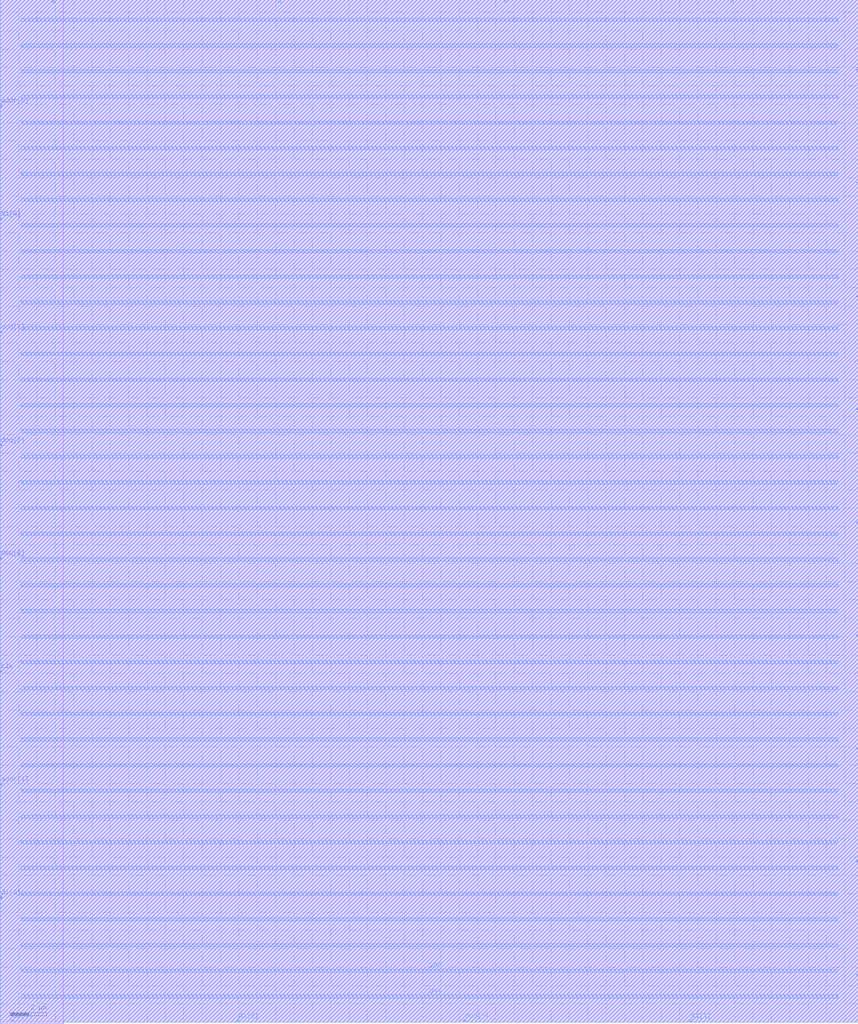
<source format=lef>
VERSION 5.8 ;
BUSBITCHARS "[]" ;
DIVIDERCHAR "/" ;
UNITS
    DATABASE MICRONS 2000 ;
END UNITS

MACRO macro_6x8
  FOREIGN macro_6x8 0 0 ;
  CLASS BLOCK ;
  SIZE 46.73 BY 55.68 ;
  PIN VSS
    USE GROUND ;
    DIRECTION INOUT ;
    PORT
      LAYER metal4 ;
        RECT  1.14 54.515 45.6 54.685 ;
        RECT  1.14 51.715 45.6 51.885 ;
        RECT  1.14 48.915 45.6 49.085 ;
        RECT  1.14 46.115 45.6 46.285 ;
        RECT  1.14 43.315 45.6 43.485 ;
        RECT  1.14 40.515 45.6 40.685 ;
        RECT  1.14 37.715 45.6 37.885 ;
        RECT  1.14 34.915 45.6 35.085 ;
        RECT  1.14 32.115 45.6 32.285 ;
        RECT  1.14 29.315 45.6 29.485 ;
        RECT  1.14 26.515 45.6 26.685 ;
        RECT  1.14 23.715 45.6 23.885 ;
        RECT  1.14 20.915 45.6 21.085 ;
        RECT  1.14 18.115 45.6 18.285 ;
        RECT  1.14 15.315 45.6 15.485 ;
        RECT  1.14 12.515 45.6 12.685 ;
        RECT  1.14 9.715 45.6 9.885 ;
        RECT  1.14 6.915 45.6 7.085 ;
        RECT  1.14 4.115 45.6 4.285 ;
        RECT  1.14 1.315 45.6 1.485 ;
    END
  END VSS
  PIN VDD
    USE POWER ;
    DIRECTION INOUT ;
    PORT
      LAYER metal4 ;
        RECT  1.14 53.115 45.6 53.285 ;
        RECT  1.14 50.315 45.6 50.485 ;
        RECT  1.14 47.515 45.6 47.685 ;
        RECT  1.14 44.715 45.6 44.885 ;
        RECT  1.14 41.915 45.6 42.085 ;
        RECT  1.14 39.115 45.6 39.285 ;
        RECT  1.14 36.315 45.6 36.485 ;
        RECT  1.14 33.515 45.6 33.685 ;
        RECT  1.14 30.715 45.6 30.885 ;
        RECT  1.14 27.915 45.6 28.085 ;
        RECT  1.14 25.115 45.6 25.285 ;
        RECT  1.14 22.315 45.6 22.485 ;
        RECT  1.14 19.515 45.6 19.685 ;
        RECT  1.14 16.715 45.6 16.885 ;
        RECT  1.14 13.915 45.6 14.085 ;
        RECT  1.14 11.115 45.6 11.285 ;
        RECT  1.14 8.315 45.6 8.485 ;
        RECT  1.14 5.515 45.6 5.685 ;
        RECT  1.14 2.715 45.6 2.885 ;
    END
  END VDD
  PIN addr[0]
    DIRECTION INPUT ;
    USE SIGNAL ;
    PORT
      LAYER metal3 ;
        RECT  46.66 27.195 46.73 27.265 ;
    END
  END addr[0]
  PIN addr[1]
    DIRECTION INPUT ;
    USE SIGNAL ;
    PORT
      LAYER metal3 ;
        RECT  0 12.915 0.07 12.985 ;
    END
  END addr[1]
  PIN addr[2]
    DIRECTION INPUT ;
    USE SIGNAL ;
    PORT
      LAYER metal4 ;
        RECT  27.465 55.54 27.605 55.68 ;
    END
  END addr[2]
  PIN addr[3]
    DIRECTION INPUT ;
    USE SIGNAL ;
    PORT
      LAYER metal3 ;
        RECT  46.66 14.875 46.73 14.945 ;
    END
  END addr[3]
  PIN addr[4]
    DIRECTION INPUT ;
    USE SIGNAL ;
    PORT
      LAYER metal3 ;
        RECT  46.66 51.835 46.73 51.905 ;
    END
  END addr[4]
  PIN addr[5]
    DIRECTION INPUT ;
    USE SIGNAL ;
    PORT
      LAYER metal3 ;
        RECT  0 49.875 0.07 49.945 ;
    END
  END addr[5]
  PIN clk
    DIRECTION INPUT ;
    USE SIGNAL ;
    PORT
      LAYER metal3 ;
        RECT  0 19.075 0.07 19.145 ;
    END
  END clk
  PIN cs
    DIRECTION INPUT ;
    USE SIGNAL ;
    PORT
      LAYER metal4 ;
        RECT  39.785 55.54 39.925 55.68 ;
    END
  END cs
  PIN di[0]
    DIRECTION INPUT ;
    USE SIGNAL ;
    PORT
      LAYER metal3 ;
        RECT  0 43.715 0.07 43.785 ;
    END
  END di[0]
  PIN di[1]
    DIRECTION INPUT ;
    USE SIGNAL ;
    PORT
      LAYER metal4 ;
        RECT  37.545 0 37.685 0.14 ;
    END
  END di[1]
  PIN di[2]
    DIRECTION INPUT ;
    USE SIGNAL ;
    PORT
      LAYER metal3 ;
        RECT  0 6.755 0.07 6.825 ;
    END
  END di[2]
  PIN di[3]
    DIRECTION INPUT ;
    USE SIGNAL ;
    PORT
      LAYER metal3 ;
        RECT  46.66 8.715 46.73 8.785 ;
    END
  END di[3]
  PIN di[4]
    DIRECTION INPUT ;
    USE SIGNAL ;
    PORT
      LAYER metal4 ;
        RECT  0.585 0 0.725 0.14 ;
    END
  END di[4]
  PIN di[5]
    DIRECTION INPUT ;
    USE SIGNAL ;
    PORT
      LAYER metal4 ;
        RECT  12.905 0 13.045 0.14 ;
    END
  END di[5]
  PIN di[6]
    DIRECTION INPUT ;
    USE SIGNAL ;
    PORT
      LAYER metal4 ;
        RECT  2.825 55.54 2.965 55.68 ;
    END
  END di[6]
  PIN di[7]
    DIRECTION INPUT ;
    USE SIGNAL ;
    PORT
      LAYER metal3 ;
        RECT  46.66 21.035 46.73 21.105 ;
    END
  END di[7]
  PIN doq[0]
    DIRECTION OUTPUT ;
    USE SIGNAL ;
    PORT
      LAYER metal4 ;
        RECT  25.225 0 25.365 0.14 ;
    END
  END doq[0]
  PIN doq[1]
    DIRECTION OUTPUT ;
    USE SIGNAL ;
    PORT
      LAYER metal3 ;
        RECT  46.66 39.515 46.73 39.585 ;
    END
  END doq[1]
  PIN doq[2]
    DIRECTION OUTPUT ;
    USE SIGNAL ;
    PORT
      LAYER metal3 ;
        RECT  46.66 45.675 46.73 45.745 ;
    END
  END doq[2]
  PIN doq[3]
    DIRECTION OUTPUT ;
    USE SIGNAL ;
    PORT
      LAYER metal3 ;
        RECT  0 31.395 0.07 31.465 ;
    END
  END doq[3]
  PIN doq[4]
    DIRECTION OUTPUT ;
    USE SIGNAL ;
    PORT
      LAYER metal4 ;
        RECT  15.145 55.54 15.285 55.68 ;
    END
  END doq[4]
  PIN doq[5]
    DIRECTION OUTPUT ;
    USE SIGNAL ;
    PORT
      LAYER metal3 ;
        RECT  46.66 2.555 46.73 2.625 ;
    END
  END doq[5]
  PIN doq[6]
    DIRECTION OUTPUT ;
    USE SIGNAL ;
    PORT
      LAYER metal3 ;
        RECT  0 25.235 0.07 25.305 ;
    END
  END doq[6]
  PIN doq[7]
    DIRECTION OUTPUT ;
    USE SIGNAL ;
    PORT
      LAYER metal3 ;
        RECT  0 37.555 0.07 37.625 ;
    END
  END doq[7]
  PIN we
    DIRECTION INPUT ;
    USE SIGNAL ;
    PORT
      LAYER metal3 ;
        RECT  46.66 33.355 46.73 33.425 ;
    END
  END we
  OBS
    LAYER metal1 ;
     RECT  0 -0.085 3.42 55.68 ;
     RECT  3.42 0 46.73 55.68 ;
    LAYER metal2 ;
     RECT  0 0 46.73 55.68 ;
    LAYER metal3 ;
     RECT  0 0 46.73 55.68 ;
    LAYER metal4 ;
     RECT  0 0 46.73 55.68 ;
  END
END macro_6x8
END LIBRARY

</source>
